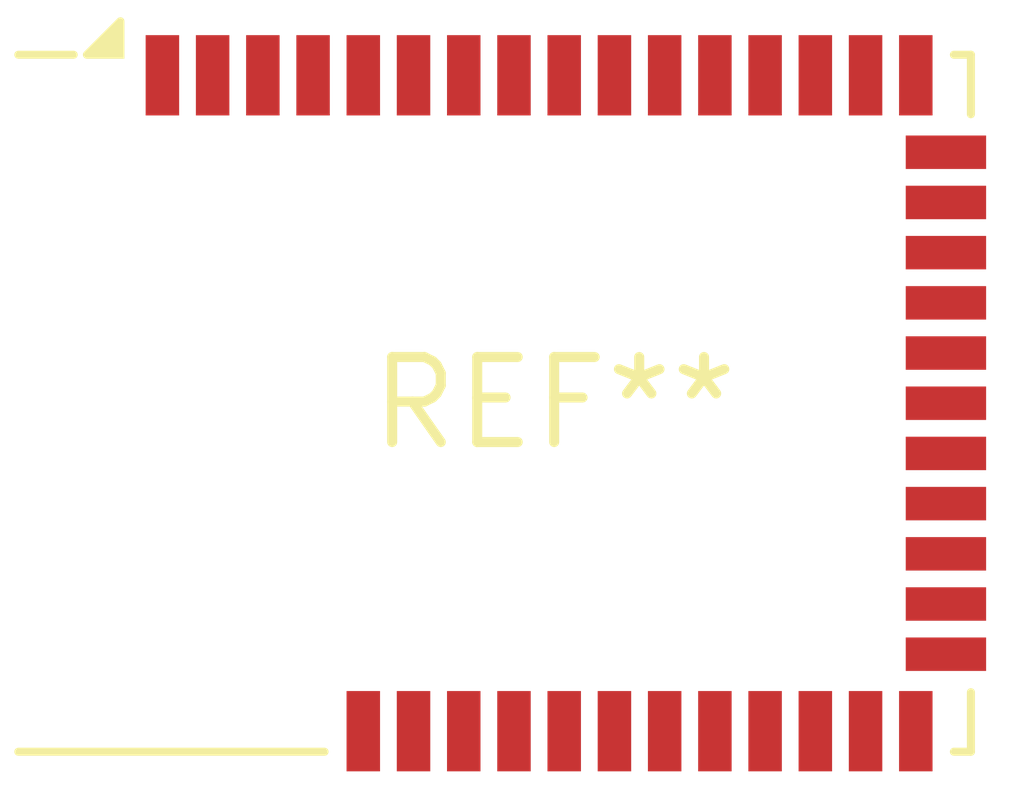
<source format=kicad_pcb>
(kicad_pcb (version 20240108) (generator pcbnew)
  (layers (0 "F.Cu" signal) (31 "B.Cu" signal) (34 "B.Paste" user) (35 "F.Paste" user) (36 "B.SilkS" user "B.Silkscreen") (37 "F.SilkS" user "F.Silkscreen") (38 "B.Mask" user) (39 "F.Mask" user) (44 "Edge.Cuts" user))
  (net 0 "")
  (footprint "Laird_BL652" (layer "F.Cu") (at 0 0)
    (property "Reference" "REF**")
    (property "Value" "Laird_BL652")
    (fp_line (start -8.001 -5.207) (end -7.175 -5.207) (layer "F.SilkS") (stroke (width 0.12)))
    (fp_line (start -3.429 5.207) (end -8.001 5.207) (layer "F.SilkS") (stroke (width 0.12)))
    (fp_line (start 5.969 -5.207) (end 6.223 -5.207) (layer "F.SilkS") (stroke (width 0.12)))
    (fp_line (start 6.223 -5.207) (end 6.223 -4.318) (layer "F.SilkS") (stroke (width 0.12)))
    (fp_line (start 6.223 5.207) (end 5.969 5.207) (layer "F.SilkS") (stroke (width 0.12)))
    (fp_line (start 6.223 5.207) (end 6.223 4.318) (layer "F.SilkS") (stroke (width 0.12)))
    (fp_poly (pts (xy -6.477 -5.207) (xy -6.977 -5.207) (xy -6.477 -5.707) (xy -6.477 -5.207)) (layer "F.SilkS") (stroke (width 0.12)) (fill solid))
    (pad "1" smd rect (at -5.85 -4.9 90) (size 1.2 0.5) (layers "F.Cu" "F.Paste" "F.Mask"))
    (pad "2" smd rect (at -5.1 -4.9 90) (size 1.2 0.5) (layers "F.Cu" "F.Paste" "F.Mask"))
    (pad "3" smd rect (at -4.35 -4.9 90) (size 1.2 0.5) (layers "F.Cu" "F.Paste" "F.Mask"))
    (pad "4" smd rect (at -3.6 -4.9 90) (size 1.2 0.5) (layers "F.Cu" "F.Paste" "F.Mask"))
    (pad "5" smd rect (at -2.85 -4.9 90) (size 1.2 0.5) (layers "F.Cu" "F.Paste" "F.Mask"))
    (pad "6" smd rect (at -2.1 -4.9 90) (size 1.2 0.5) (layers "F.Cu" "F.Paste" "F.Mask"))
    (pad "7" smd rect (at -1.35 -4.9 90) (size 1.2 0.5) (layers "F.Cu" "F.Paste" "F.Mask"))
    (pad "8" smd rect (at -0.6 -4.9 90) (size 1.2 0.5) (layers "F.Cu" "F.Paste" "F.Mask"))
    (pad "9" smd rect (at 0.15 -4.9 90) (size 1.2 0.5) (layers "F.Cu" "F.Paste" "F.Mask"))
    (pad "10" smd rect (at 0.9 -4.9 90) (size 1.2 0.5) (layers "F.Cu" "F.Paste" "F.Mask"))
    (pad "11" smd rect (at 1.65 -4.9 90) (size 1.2 0.5) (layers "F.Cu" "F.Paste" "F.Mask"))
    (pad "12" smd rect (at 2.4 -4.9 90) (size 1.2 0.5) (layers "F.Cu" "F.Paste" "F.Mask"))
    (pad "13" smd rect (at 3.15 -4.9 90) (size 1.2 0.5) (layers "F.Cu" "F.Paste" "F.Mask"))
    (pad "14" smd rect (at 3.9 -4.9 90) (size 1.2 0.5) (layers "F.Cu" "F.Paste" "F.Mask"))
    (pad "15" smd rect (at 4.65 -4.9 90) (size 1.2 0.5) (layers "F.Cu" "F.Paste" "F.Mask"))
    (pad "16" smd rect (at 5.4 -4.9 90) (size 1.2 0.5) (layers "F.Cu" "F.Paste" "F.Mask"))
    (pad "17" smd rect (at 5.85 -3.75) (size 1.2 0.5) (layers "F.Cu" "F.Paste" "F.Mask"))
    (pad "18" smd rect (at 5.85 -3) (size 1.2 0.5) (layers "F.Cu" "F.Paste" "F.Mask"))
    (pad "19" smd rect (at 5.85 -2.25) (size 1.2 0.5) (layers "F.Cu" "F.Paste" "F.Mask"))
    (pad "20" smd rect (at 5.85 -1.5) (size 1.2 0.5) (layers "F.Cu" "F.Paste" "F.Mask"))
    (pad "21" smd rect (at 5.85 -0.75) (size 1.2 0.5) (layers "F.Cu" "F.Paste" "F.Mask"))
    (pad "22" smd rect (at 5.85 0) (size 1.2 0.5) (layers "F.Cu" "F.Paste" "F.Mask"))
    (pad "23" smd rect (at 5.85 0.75) (size 1.2 0.5) (layers "F.Cu" "F.Paste" "F.Mask"))
    (pad "24" smd rect (at 5.85 1.5) (size 1.2 0.5) (layers "F.Cu" "F.Paste" "F.Mask"))
    (pad "25" smd rect (at 5.85 2.25) (size 1.2 0.5) (layers "F.Cu" "F.Paste" "F.Mask"))
    (pad "26" smd rect (at 5.85 3) (size 1.2 0.5) (layers "F.Cu" "F.Paste" "F.Mask"))
    (pad "27" smd rect (at 5.85 3.75) (size 1.2 0.5) (layers "F.Cu" "F.Paste" "F.Mask"))
    (pad "28" smd rect (at 5.4 4.9 90) (size 1.2 0.5) (layers "F.Cu" "F.Paste" "F.Mask"))
    (pad "29" smd rect (at 4.65 4.9 90) (size 1.2 0.5) (layers "F.Cu" "F.Paste" "F.Mask"))
    (pad "30" smd rect (at 3.9 4.9 90) (size 1.2 0.5) (layers "F.Cu" "F.Paste" "F.Mask"))
    (pad "31" smd rect (at 3.15 4.9 90) (size 1.2 0.5) (layers "F.Cu" "F.Paste" "F.Mask"))
    (pad "32" smd rect (at 2.4 4.9 90) (size 1.2 0.5) (layers "F.Cu" "F.Paste" "F.Mask"))
    (pad "33" smd rect (at 1.65 4.9 90) (size 1.2 0.5) (layers "F.Cu" "F.Paste" "F.Mask"))
    (pad "34" smd rect (at 0.9 4.9 90) (size 1.2 0.5) (layers "F.Cu" "F.Paste" "F.Mask"))
    (pad "35" smd rect (at 0.15 4.9 90) (size 1.2 0.5) (layers "F.Cu" "F.Paste" "F.Mask"))
    (pad "36" smd rect (at -0.6 4.9 90) (size 1.2 0.5) (layers "F.Cu" "F.Paste" "F.Mask"))
    (pad "37" smd rect (at -1.35 4.9 90) (size 1.2 0.5) (layers "F.Cu" "F.Paste" "F.Mask"))
    (pad "38" smd rect (at -2.1 4.9 90) (size 1.2 0.5) (layers "F.Cu" "F.Paste" "F.Mask"))
    (pad "39" smd rect (at -2.85 4.9 90) (size 1.2 0.5) (layers "F.Cu" "F.Paste" "F.Mask"))
  )
)
</source>
